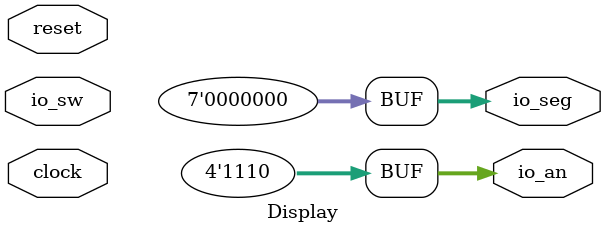
<source format=v>
module Display(
  input         clock,
  input         reset,
  input  [15:0] io_sw,
  output [6:0]  io_seg,
  output [3:0]  io_an
);
  assign io_seg = 7'h0; // @[Display.scala 22:10]
  assign io_an = 4'he; // @[Display.scala 23:9]
endmodule

</source>
